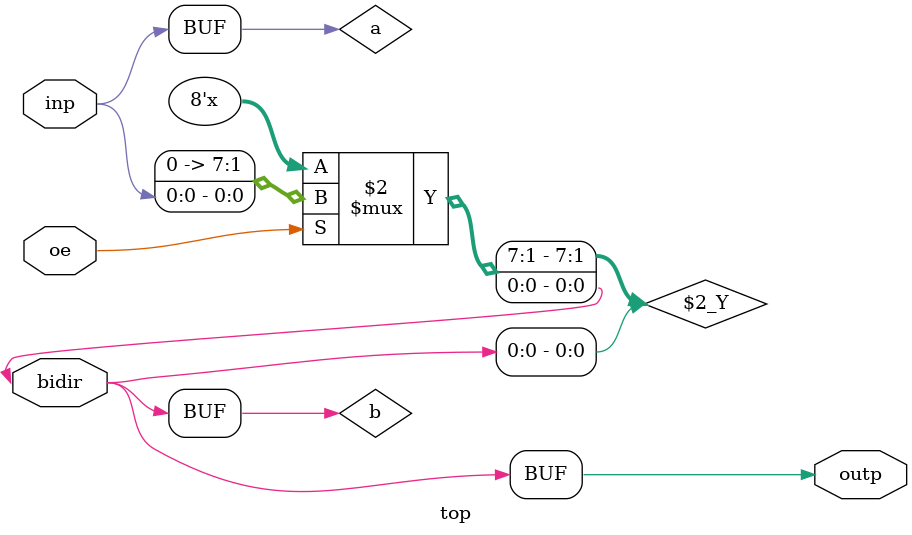
<source format=v>
module top (oe, inp, outp, bidir);

// Port Declaration

input   oe;
input   inp;
output  outp;
inout   bidir;

reg     a;
reg     b;

assign bidir = oe ? a : 8'bZ ;
assign outp  = b;

// Always Construct

always @*
begin
    b <= bidir;
    a <= inp;
end

endmodule

</source>
